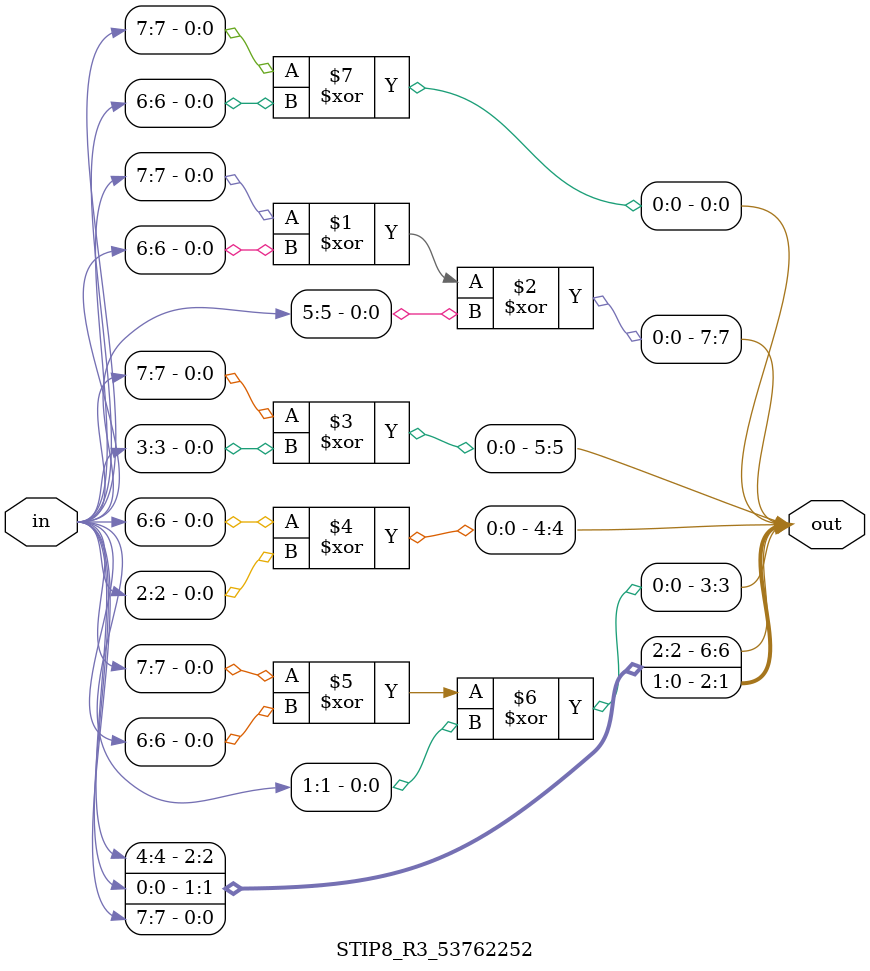
<source format=v>
module  STIP8_R3_53762252(in,out);
input[7:0] in;
output[7:0] out;
wire[7:0] out;
assign out[7]=in[7]^in[6]^in[5];
assign out[6]=in[4];
assign out[5]=in[7]^in[3];
assign out[4]=in[6]^in[2];
assign out[3]=in[7]^in[6]^in[1];
assign out[2]=in[0];
assign out[1]=in[7];
assign out[0]=in[7]^in[6];
endmodule

</source>
